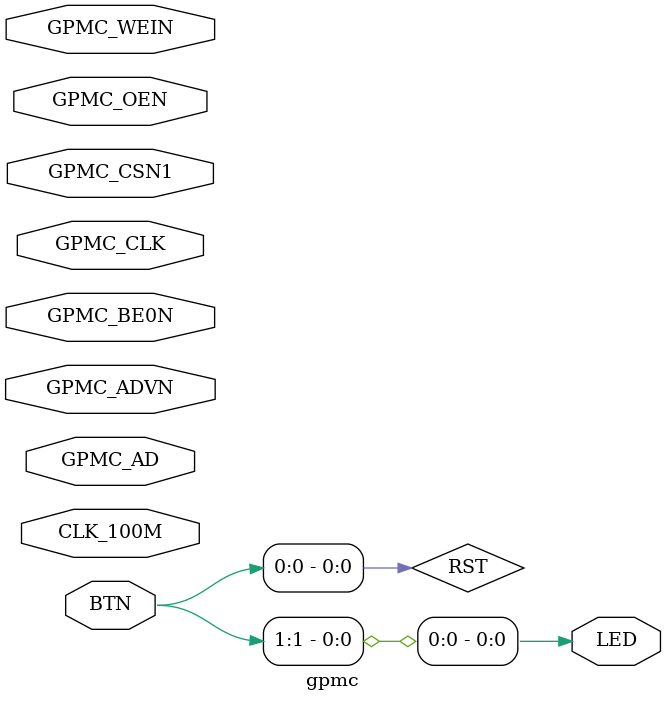
<source format=v>
module gpmc(input           CLK_100M, 
            output  [3:0]   LED,
            input   [15:0]  GPMC_AD,
            input           GPMC_ADVN,
            input           GPMC_BE0N,
            input           GPMC_CSN1,
            input           GPMC_WEIN,
            input           GPMC_OEN,
            input           GPMC_CLK,
            input   [1:0]   BTN);
            
wire reset;
reg [2:0] state;

assign RST = BTN[0];
assign LED[0] = BTN[1];

parameter STATE_IDLE = 3'b000, STATE_ADDR = 3'b001, STATE_NAND_CMD = 3'b010;

always @ (posedge CLK_100M)
begin
    if (reset == 1'b1) begin
        state <= IDLE;
    end else begin


    end
end

endmodule

</source>
